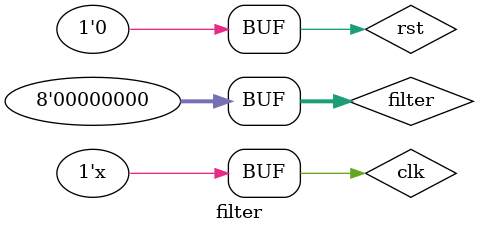
<source format=v>
module filter();

reg clk, rst;

reg [7:0] filter;
wire [7:0] repeatedfil;

filter_genDP filtb(.clk(clk), .rst(rst), . filter(filter), .repeatedfil(repeatedfil));

always
	#50 clk = ~clk;

initial
begin
	clk = 1'b0;
	rst = 1'b0;
	filter = 8'd1;
	#100 filter = 8'd2;
	#100 filter = 8'd3;
	#100 filter = 8'd4;
	#100 filter = 8'd0;
end

endmodule


</source>
